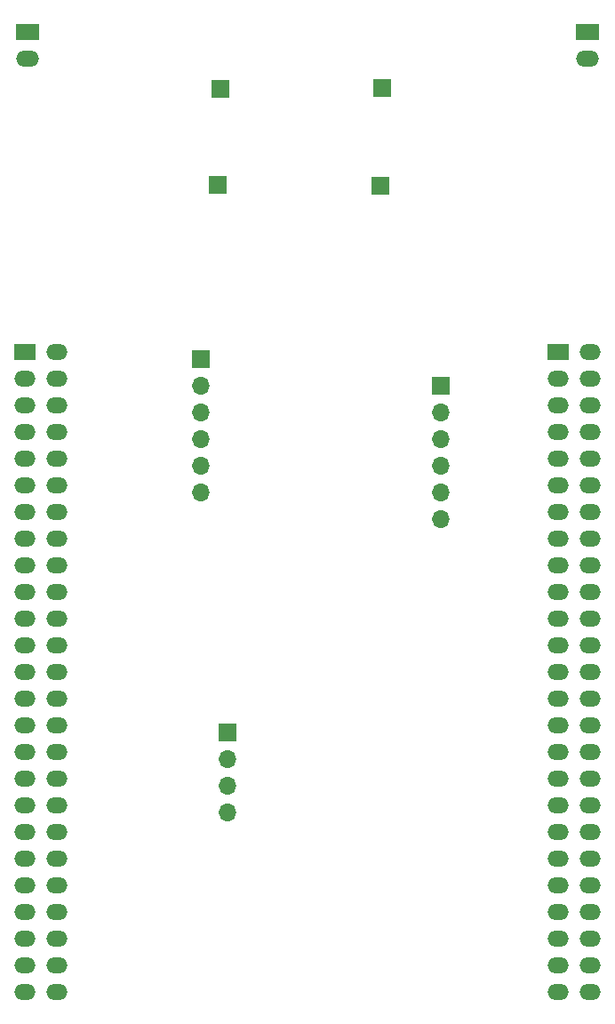
<source format=gbr>
%TF.GenerationSoftware,KiCad,Pcbnew,(7.0.0)*%
%TF.CreationDate,2023-05-29T14:56:51-06:00*%
%TF.ProjectId,GPS_TRACKER,4750535f-5452-4414-934b-45522e6b6963,rev?*%
%TF.SameCoordinates,Original*%
%TF.FileFunction,Soldermask,Bot*%
%TF.FilePolarity,Negative*%
%FSLAX46Y46*%
G04 Gerber Fmt 4.6, Leading zero omitted, Abs format (unit mm)*
G04 Created by KiCad (PCBNEW (7.0.0)) date 2023-05-29 14:56:51*
%MOMM*%
%LPD*%
G01*
G04 APERTURE LIST*
%ADD10R,1.700000X1.700000*%
%ADD11O,1.700000X1.700000*%
%ADD12R,2.000000X1.500000*%
%ADD13O,2.000000X1.500000*%
%ADD14R,2.200000X1.500000*%
%ADD15O,2.200000X1.500000*%
G04 APERTURE END LIST*
D10*
%TO.C,SMS1*%
X142239999Y-74929999D03*
D11*
X142239999Y-77469999D03*
X142239999Y-80009999D03*
X142239999Y-82549999D03*
X142239999Y-85089999D03*
X142239999Y-87629999D03*
%TD*%
D10*
%TO.C,BuckConverter1*%
X159501625Y-49114405D03*
%TD*%
%TO.C,BuckConverter1*%
X159279106Y-58419999D03*
%TD*%
%TO.C,BuckConverter1*%
X143817382Y-58323501D03*
%TD*%
%TO.C,GPS1*%
X144779999Y-110489999D03*
D11*
X144779999Y-113029999D03*
X144779999Y-115569999D03*
X144779999Y-118109999D03*
%TD*%
D10*
%TO.C,BuckConverter1*%
X144084611Y-49176073D03*
%TD*%
%TO.C,SMS1*%
X165099999Y-77469999D03*
D11*
X165099999Y-80009999D03*
X165099999Y-82549999D03*
X165099999Y-85089999D03*
X165099999Y-87629999D03*
X165099999Y-90169999D03*
%TD*%
D12*
%TO.C,STM32F4_Discovery_Header*%
X125479999Y-74219999D03*
D13*
X128519999Y-74219999D03*
X125479999Y-76759999D03*
X128519999Y-76759999D03*
X125479999Y-79299999D03*
X128519999Y-79299999D03*
X125479999Y-81839999D03*
X128519999Y-81839999D03*
X125479999Y-84379999D03*
X128519999Y-84379999D03*
X125479999Y-86919999D03*
X128519999Y-86919999D03*
X125479999Y-89459999D03*
X128519999Y-89459999D03*
X125479999Y-91999999D03*
X128519999Y-91999999D03*
X125479999Y-94539999D03*
X128519999Y-94539999D03*
X125479999Y-97079999D03*
X128519999Y-97079999D03*
X125479999Y-99619999D03*
X128519999Y-99619999D03*
X125479999Y-102159999D03*
X128519999Y-102159999D03*
X125479999Y-104699999D03*
X128519999Y-104699999D03*
X125479999Y-107239999D03*
X128519999Y-107239999D03*
X125479999Y-109779999D03*
X128519999Y-109779999D03*
X125479999Y-112319999D03*
X128519999Y-112319999D03*
X125479999Y-114859999D03*
X128519999Y-114859999D03*
X125479999Y-117399999D03*
X128519999Y-117399999D03*
X125479999Y-119939999D03*
X128519999Y-119939999D03*
X125479999Y-122479999D03*
X128519999Y-122479999D03*
X125479999Y-125019999D03*
X128519999Y-125019999D03*
X125479999Y-127559999D03*
X128519999Y-127559999D03*
X125479999Y-130099999D03*
X128519999Y-130099999D03*
X125479999Y-132639999D03*
X128519999Y-132639999D03*
X125479999Y-135179999D03*
D14*
X125729999Y-43739999D03*
D13*
X128519999Y-135179999D03*
D15*
X125729999Y-46279999D03*
D13*
X176279999Y-135179999D03*
D14*
X179069999Y-43739999D03*
D13*
X179319999Y-135179999D03*
D15*
X179069999Y-46279999D03*
D13*
X176279999Y-132639999D03*
X179319999Y-132639999D03*
X176279999Y-130099999D03*
X179319999Y-130099999D03*
X176279999Y-127559999D03*
X179319999Y-127559999D03*
X176279999Y-125019999D03*
X179319999Y-125019999D03*
X176279999Y-122479999D03*
X179319999Y-122479999D03*
X176279999Y-119939999D03*
X179319999Y-119939999D03*
X176279999Y-117399999D03*
X179319999Y-117399999D03*
X176279999Y-114859999D03*
X179319999Y-114859999D03*
X176279999Y-112319999D03*
X179319999Y-112319999D03*
X176279999Y-109779999D03*
X179319999Y-109779999D03*
X176279999Y-107239999D03*
X179319999Y-107239999D03*
X176279999Y-104699999D03*
X179319999Y-104699999D03*
X176279999Y-102159999D03*
X179319999Y-102159999D03*
X176279999Y-99619999D03*
X179319999Y-99619999D03*
X176279999Y-97079999D03*
X179319999Y-97079999D03*
X176279999Y-94539999D03*
X179319999Y-94539999D03*
X176279999Y-91999999D03*
X179319999Y-91999999D03*
X176279999Y-89459999D03*
X179319999Y-89459999D03*
X176279999Y-86919999D03*
X179319999Y-86919999D03*
X176279999Y-84379999D03*
X179319999Y-84379999D03*
X176279999Y-81839999D03*
X179319999Y-81839999D03*
X176279999Y-79299999D03*
X179319999Y-79299999D03*
X176279999Y-76759999D03*
X179319999Y-76759999D03*
D12*
X176279999Y-74219999D03*
D13*
X179319999Y-74219999D03*
%TD*%
M02*

</source>
